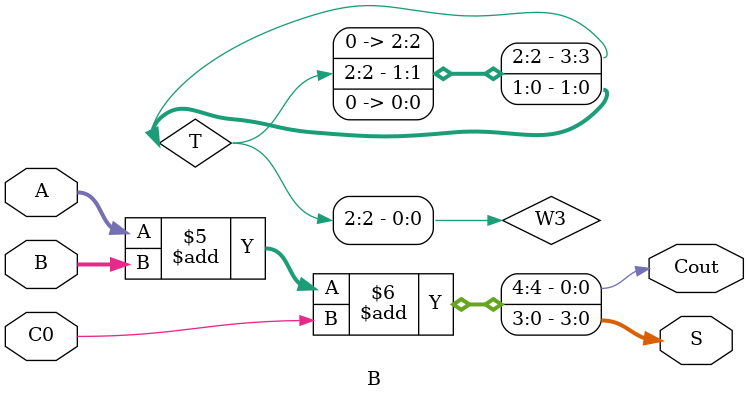
<source format=v>
module B(A,B,C0,S,Cout);

input [3:0] A;
input [3:0] B;
input C0;

output [3:0] S;
output Cout;

wire [3:0] Y,T;
wire Gout,W1,W2,W3;



assign W1=(Y[3]&&Y[2]);
assign W2= (Y[3]&&Y[1]);
assign W3= (Gout||W1||W2);
assign T = {1'b0,W3,W3,1'b0};
assign {Cout,S}=A+B+C0;

endmodule

</source>
